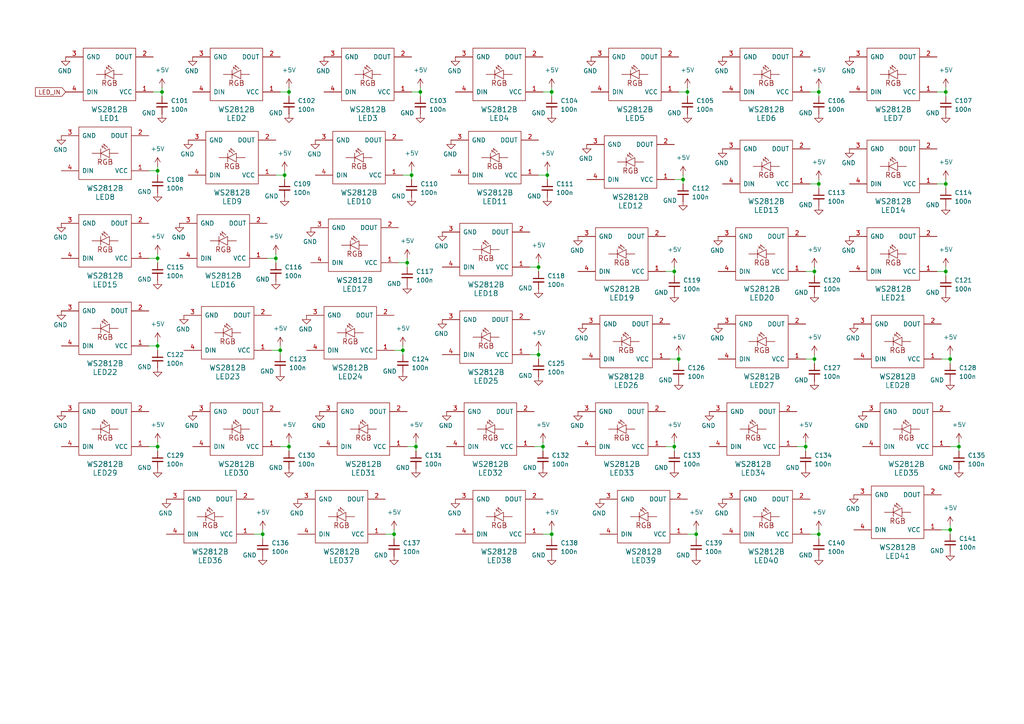
<source format=kicad_sch>
(kicad_sch (version 20231120) (generator "eeschema") (generator_version "8.0")
  (paper "A4")
  (junction (at 157.48 129.54))
  (junction (at 275.59 153.67))
  (junction (at 80.01 74.93))
  (junction (at 201.93 154.94))
  (junction (at 156.21 102.87))
  (junction (at 236.22 104.14))
  (junction (at 45.72 129.54))
  (junction (at 237.49 26.67))
  (junction (at 83.82 129.54))
  (junction (at 121.92 26.67))
  (junction (at 45.72 100.33))
  (junction (at 83.82 26.67))
  (junction (at 274.32 53.34))
  (junction (at 118.11 76.2))
  (junction (at 116.84 101.6))
  (junction (at 236.22 78.74))
  (junction (at 237.49 53.34))
  (junction (at 158.75 50.8))
  (junction (at 237.49 154.94))
  (junction (at 81.28 101.6))
  (junction (at 195.58 129.54))
  (junction (at 198.12 52.07))
  (junction (at 46.99 26.67))
  (junction (at 114.3 154.94))
  (junction (at 160.02 154.94))
  (junction (at 274.32 78.74))
  (junction (at 45.72 49.53))
  (junction (at 119.38 50.8))
  (junction (at 45.72 74.93))
  (junction (at 274.32 26.67))
  (junction (at 195.58 78.74))
  (junction (at 275.59 104.14))
  (junction (at 278.13 129.54))
  (junction (at 82.55 50.8))
  (junction (at 199.39 26.67))
  (junction (at 160.02 26.67))
  (junction (at 196.85 104.14))
  (junction (at 120.65 129.54))
  (junction (at 76.2 154.94))
  (junction (at 156.21 77.47))
  (junction (at 233.68 129.54))
  (wire (pts (xy 237.49 53.34) (xy 237.49 54.61)))
  (wire (pts (xy 45.72 48.26) (xy 45.72 49.53)))
  (wire (pts (xy 83.82 26.67) (xy 83.82 27.94)))
  (wire (pts (xy 274.32 78.74) (xy 274.32 80.01)))
  (wire (pts (xy 274.32 26.67) (xy 274.32 27.94)))
  (wire (pts (xy 196.85 102.87) (xy 196.85 104.14)))
  (wire (pts (xy 201.93 154.94) (xy 201.93 156.21)))
  (wire (pts (xy 234.95 53.34) (xy 237.49 53.34)))
  (wire (pts (xy 120.65 129.54) (xy 120.65 130.81)))
  (wire (pts (xy 271.78 78.74) (xy 274.32 78.74)))
  (wire (pts (xy 156.21 102.87) (xy 156.21 104.14)))
  (wire (pts (xy 121.92 26.67) (xy 121.92 27.94)))
  (wire (pts (xy 160.02 154.94) (xy 160.02 156.21)))
  (wire (pts (xy 81.28 26.67) (xy 83.82 26.67)))
  (wire (pts (xy 156.21 77.47) (xy 156.21 78.74)))
  (wire (pts (xy 274.32 77.47) (xy 274.32 78.74)))
  (wire (pts (xy 273.05 104.14) (xy 275.59 104.14)))
  (wire (pts (xy 231.14 129.54) (xy 233.68 129.54)))
  (wire (pts (xy 156.21 50.8) (xy 158.75 50.8)))
  (wire (pts (xy 80.01 50.8) (xy 82.55 50.8)))
  (wire (pts (xy 154.94 129.54) (xy 157.48 129.54)))
  (wire (pts (xy 198.12 52.07) (xy 198.12 53.34)))
  (wire (pts (xy 233.68 104.14) (xy 236.22 104.14)))
  (wire (pts (xy 233.68 128.27) (xy 233.68 129.54)))
  (wire (pts (xy 116.84 101.6) (xy 116.84 102.87)))
  (wire (pts (xy 43.18 74.93) (xy 45.72 74.93)))
  (wire (pts (xy 153.67 102.87) (xy 156.21 102.87)))
  (wire (pts (xy 76.2 153.67) (xy 76.2 154.94)))
  (wire (pts (xy 118.11 129.54) (xy 120.65 129.54)))
  (wire (pts (xy 271.78 26.67) (xy 274.32 26.67)))
  (wire (pts (xy 77.47 74.93) (xy 80.01 74.93)))
  (wire (pts (xy 118.11 76.2) (xy 118.11 77.47)))
  (wire (pts (xy 194.31 104.14) (xy 196.85 104.14)))
  (wire (pts (xy 233.68 129.54) (xy 233.68 130.81)))
  (wire (pts (xy 274.32 52.07) (xy 274.32 53.34)))
  (wire (pts (xy 43.18 49.53) (xy 45.72 49.53)))
  (wire (pts (xy 274.32 53.34) (xy 274.32 54.61)))
  (wire (pts (xy 237.49 153.67) (xy 237.49 154.94)))
  (wire (pts (xy 195.58 129.54) (xy 195.58 130.81)))
  (wire (pts (xy 157.48 26.67) (xy 160.02 26.67)))
  (wire (pts (xy 196.85 104.14) (xy 196.85 105.41)))
  (wire (pts (xy 111.76 154.94) (xy 114.3 154.94)))
  (wire (pts (xy 46.99 25.4) (xy 46.99 26.67)))
  (wire (pts (xy 278.13 129.54) (xy 278.13 130.81)))
  (wire (pts (xy 160.02 26.67) (xy 160.02 27.94)))
  (wire (pts (xy 158.75 50.8) (xy 158.75 52.07)))
  (wire (pts (xy 158.75 49.53) (xy 158.75 50.8)))
  (wire (pts (xy 76.2 154.94) (xy 76.2 156.21)))
  (wire (pts (xy 193.04 78.74) (xy 195.58 78.74)))
  (wire (pts (xy 198.12 50.8) (xy 198.12 52.07)))
  (wire (pts (xy 82.55 50.8) (xy 82.55 52.07)))
  (wire (pts (xy 45.72 73.66) (xy 45.72 74.93)))
  (wire (pts (xy 237.49 52.07) (xy 237.49 53.34)))
  (wire (pts (xy 273.05 153.67) (xy 275.59 153.67)))
  (wire (pts (xy 118.11 74.93) (xy 118.11 76.2)))
  (wire (pts (xy 157.48 129.54) (xy 157.48 130.81)))
  (wire (pts (xy 119.38 50.8) (xy 119.38 52.07)))
  (wire (pts (xy 43.18 129.54) (xy 45.72 129.54)))
  (wire (pts (xy 116.84 100.33) (xy 116.84 101.6)))
  (wire (pts (xy 45.72 128.27) (xy 45.72 129.54)))
  (wire (pts (xy 83.82 129.54) (xy 83.82 130.81)))
  (wire (pts (xy 45.72 74.93) (xy 45.72 76.2)))
  (wire (pts (xy 275.59 152.4) (xy 275.59 153.67)))
  (wire (pts (xy 234.95 26.67) (xy 237.49 26.67)))
  (wire (pts (xy 45.72 99.06) (xy 45.72 100.33)))
  (wire (pts (xy 43.18 100.33) (xy 45.72 100.33)))
  (wire (pts (xy 271.78 53.34) (xy 274.32 53.34)))
  (wire (pts (xy 278.13 128.27) (xy 278.13 129.54)))
  (wire (pts (xy 233.68 78.74) (xy 236.22 78.74)))
  (wire (pts (xy 156.21 101.6) (xy 156.21 102.87)))
  (wire (pts (xy 195.58 77.47) (xy 195.58 78.74)))
  (wire (pts (xy 44.45 26.67) (xy 46.99 26.67)))
  (wire (pts (xy 80.01 74.93) (xy 80.01 76.2)))
  (wire (pts (xy 275.59 102.87) (xy 275.59 104.14)))
  (wire (pts (xy 153.67 77.47) (xy 156.21 77.47)))
  (wire (pts (xy 236.22 102.87) (xy 236.22 104.14)))
  (wire (pts (xy 237.49 26.67) (xy 237.49 27.94)))
  (wire (pts (xy 114.3 101.6) (xy 116.84 101.6)))
  (wire (pts (xy 83.82 25.4) (xy 83.82 26.67)))
  (wire (pts (xy 115.57 76.2) (xy 118.11 76.2)))
  (wire (pts (xy 199.39 25.4) (xy 199.39 26.67)))
  (wire (pts (xy 81.28 101.6) (xy 81.28 102.87)))
  (wire (pts (xy 116.84 50.8) (xy 119.38 50.8)))
  (wire (pts (xy 156.21 76.2) (xy 156.21 77.47)))
  (wire (pts (xy 157.48 128.27) (xy 157.48 129.54)))
  (wire (pts (xy 114.3 153.67) (xy 114.3 154.94)))
  (wire (pts (xy 160.02 25.4) (xy 160.02 26.67)))
  (wire (pts (xy 199.39 154.94) (xy 201.93 154.94)))
  (wire (pts (xy 234.95 154.94) (xy 237.49 154.94)))
  (wire (pts (xy 195.58 78.74) (xy 195.58 80.01)))
  (wire (pts (xy 114.3 154.94) (xy 114.3 156.21)))
  (wire (pts (xy 196.85 26.67) (xy 199.39 26.67)))
  (wire (pts (xy 201.93 153.67) (xy 201.93 154.94)))
  (wire (pts (xy 81.28 129.54) (xy 83.82 129.54)))
  (wire (pts (xy 236.22 78.74) (xy 236.22 80.01)))
  (wire (pts (xy 193.04 129.54) (xy 195.58 129.54)))
  (wire (pts (xy 199.39 26.67) (xy 199.39 27.94)))
  (wire (pts (xy 45.72 129.54) (xy 45.72 130.81)))
  (wire (pts (xy 157.48 154.94) (xy 160.02 154.94)))
  (wire (pts (xy 236.22 104.14) (xy 236.22 105.41)))
  (wire (pts (xy 73.66 154.94) (xy 76.2 154.94)))
  (wire (pts (xy 195.58 52.07) (xy 198.12 52.07)))
  (wire (pts (xy 119.38 26.67) (xy 121.92 26.67)))
  (wire (pts (xy 275.59 129.54) (xy 278.13 129.54)))
  (wire (pts (xy 237.49 154.94) (xy 237.49 156.21)))
  (wire (pts (xy 119.38 49.53) (xy 119.38 50.8)))
  (wire (pts (xy 195.58 128.27) (xy 195.58 129.54)))
  (wire (pts (xy 236.22 77.47) (xy 236.22 78.74)))
  (wire (pts (xy 78.74 101.6) (xy 81.28 101.6)))
  (wire (pts (xy 81.28 100.33) (xy 81.28 101.6)))
  (wire (pts (xy 237.49 25.4) (xy 237.49 26.67)))
  (wire (pts (xy 120.65 128.27) (xy 120.65 129.54)))
  (wire (pts (xy 45.72 100.33) (xy 45.72 101.6)))
  (wire (pts (xy 160.02 153.67) (xy 160.02 154.94)))
  (wire (pts (xy 274.32 25.4) (xy 274.32 26.67)))
  (wire (pts (xy 45.72 49.53) (xy 45.72 50.8)))
  (wire (pts (xy 275.59 104.14) (xy 275.59 105.41)))
  (wire (pts (xy 121.92 25.4) (xy 121.92 26.67)))
  (wire (pts (xy 82.55 49.53) (xy 82.55 50.8)))
  (wire (pts (xy 275.59 153.67) (xy 275.59 154.94)))
  (wire (pts (xy 83.82 128.27) (xy 83.82 129.54)))
  (wire (pts (xy 80.01 73.66) (xy 80.01 74.93)))
  (wire (pts (xy 46.99 26.67) (xy 46.99 27.94)))
  (global_label "LED_IN" (shape input) (at 19.05 26.67 180) (property "Intersheetrefs" "${INTERSHEET_REFS}" (effects (hide yes))))
  (symbol (lib_id "power:GND") (at 198.12 58.42 0) (unit 1)
    (property "Reference" "#PWR0246" (effects (hide yes)))
    (property "Value" "GND" (at 194.31 58.166 0))
    (property "Description" "Power symbol creates a global label with name \"GND\" , ground" (effects (hide yes)))
  )
  (symbol (lib_id "power:GND") (at 168.91 93.98 0) (unit 1)
    (property "Reference" "#PWR0274" (effects (hide yes)))
    (property "Value" "GND" (at 168.656 98.044 0))
    (property "Description" "Power symbol creates a global label with name \"GND\" , ground" (effects (hide yes)))
  )
  (symbol (lib_id "KB_ws2812b:WS2812B") (at 64.77 69.85 180) (unit 1)
    (property "Reference" "LED16" (at 64.77 82.55 0) (effects (font (size 1.524 1.524))))
    (property "Value" "WS2812B" (at 64.77 80.01 0) (effects (font (size 1.524 1.524))))
    (property "Footprint" "KB_Switch_Misc:MX-LED_WS2812B_wide" (effects (hide yes)))
    (property "Description" "RGB LED with integrated controller" (effects (hide yes)))
  )
  (symbol (lib_id "KB_ws2812b:WS2812B") (at 106.68 21.59 180) (unit 1)
    (property "Reference" "LED3" (at 106.68 34.29 0) (effects (font (size 1.524 1.524))))
    (property "Value" "WS2812B" (at 106.68 31.75 0) (effects (font (size 1.524 1.524))))
    (property "Footprint" "KB_Switch_Misc:MX-LED_WS2812B_wide" (effects (hide yes)))
    (property "Description" "RGB LED with integrated controller" (effects (hide yes)))
  )
  (symbol (lib_id "power:GND") (at 55.88 119.38 0) (unit 1)
    (property "Reference" "#PWR0292" (effects (hide yes)))
    (property "Value" "GND" (at 55.626 123.444 0))
    (property "Description" "Power symbol creates a global label with name \"GND\" , ground" (effects (hide yes)))
  )
  (symbol (lib_id "KB_ws2812b:WS2812B") (at 101.6 96.52 180) (unit 1)
    (property "Reference" "LED24" (at 101.6 109.22 0) (effects (font (size 1.524 1.524))))
    (property "Value" "WS2812B" (at 101.6 106.68 0) (effects (font (size 1.524 1.524))))
    (property "Footprint" "KB_Switch_Misc:MX-LED_WS2812B_wide" (effects (hide yes)))
    (property "Description" "RGB LED with integrated controller" (effects (hide yes)))
  )
  (symbol (lib_id "KB_ws2812b:WS2812B") (at 144.78 21.59 180) (unit 1)
    (property "Reference" "LED4" (at 144.78 34.29 0) (effects (font (size 1.524 1.524))))
    (property "Value" "WS2812B" (at 144.78 31.75 0) (effects (font (size 1.524 1.524))))
    (property "Footprint" "KB_Switch_Misc:MX-LED_WS2812B_wide" (effects (hide yes)))
    (property "Description" "RGB LED with integrated controller" (effects (hide yes)))
  )
  (symbol (lib_id "Device:C_Small") (at 196.85 107.95 0) (unit 1)
    (property "Reference" "C126" (at 199.39 106.6862 0) (effects (justify left)))
    (property "Value" "100n" (at 199.39 109.2262 0) (effects (justify left)))
    (property "Footprint" "Capacitor_SMD:C_0402_1005Metric" (effects (hide yes)))
    (property "Description" "Unpolarized capacitor, small symbol" (effects (hide yes)))
  )
  (symbol (lib_id "power:GND") (at 76.2 161.29 0) (unit 1)
    (property "Reference" "#PWR0322" (effects (hide yes)))
    (property "Value" "GND" (at 72.39 161.036 0))
    (property "Description" "Power symbol creates a global label with name \"GND\" , ground" (effects (hide yes)))
  )
  (symbol (lib_id "power:GND") (at 158.75 57.15 0) (unit 1)
    (property "Reference" "#PWR0245" (effects (hide yes)))
    (property "Value" "GND" (at 154.94 56.896 0))
    (property "Description" "Power symbol creates a global label with name \"GND\" , ground" (effects (hide yes)))
  )
  (symbol (lib_id "power:GND") (at 128.27 92.71 0) (unit 1)
    (property "Reference" "#PWR0273" (effects (hide yes)))
    (property "Value" "GND" (at 128.016 96.774 0))
    (property "Description" "Power symbol creates a global label with name \"GND\" , ground" (effects (hide yes)))
  )
  (symbol (lib_id "power:GND") (at 83.82 135.89 0) (unit 1)
    (property "Reference" "#PWR0306" (effects (hide yes)))
    (property "Value" "GND" (at 80.01 135.636 0))
    (property "Description" "Power symbol creates a global label with name \"GND\" , ground" (effects (hide yes)))
  )
  (symbol (lib_id "KB_ws2812b:WS2812B") (at 66.04 96.52 180) (unit 1)
    (property "Reference" "LED23" (at 66.04 109.22 0) (effects (font (size 1.524 1.524))))
    (property "Value" "WS2812B" (at 66.04 106.68 0) (effects (font (size 1.524 1.524))))
    (property "Footprint" "KB_Switch_Misc:MX-LED_WS2812B_wide" (effects (hide yes)))
    (property "Description" "RGB LED with integrated controller" (effects (hide yes)))
  )
  (symbol (lib_id "power:GND") (at 278.13 135.89 0) (unit 1)
    (property "Reference" "#PWR0311" (effects (hide yes)))
    (property "Value" "GND" (at 274.32 135.636 0))
    (property "Description" "Power symbol creates a global label with name \"GND\" , ground" (effects (hide yes)))
  )
  (symbol (lib_id "KB_ws2812b:WS2812B") (at 184.15 21.59 180) (unit 1)
    (property "Reference" "LED5" (at 184.15 34.29 0) (effects (font (size 1.524 1.524))))
    (property "Value" "WS2812B" (at 184.15 31.75 0) (effects (font (size 1.524 1.524))))
    (property "Footprint" "KB_Switch_Misc:MX-LED_WS2812B_wide" (effects (hide yes)))
    (property "Description" "RGB LED with integrated controller" (effects (hide yes)))
  )
  (symbol (lib_id "power:+5V") (at 116.84 100.33 0) (unit 1)
    (property "Reference" "#PWR0279" (effects (hide yes)))
    (property "Value" "+5V" (at 116.84 95.25 0))
    (property "Description" "Power symbol creates a global label with name \"+5V\"" (effects (hide yes)))
  )
  (symbol (lib_id "Device:C_Small") (at 118.11 80.01 0) (unit 1)
    (property "Reference" "C117" (at 120.65 78.7462 0) (effects (justify left)))
    (property "Value" "100n" (at 120.65 81.2862 0) (effects (justify left)))
    (property "Footprint" "Capacitor_SMD:C_0402_1005Metric" (effects (hide yes)))
    (property "Description" "Unpolarized capacitor, small symbol" (effects (hide yes)))
  )
  (symbol (lib_id "KB_ws2812b:WS2812B") (at 60.96 149.86 180) (unit 1)
    (property "Reference" "LED36" (at 60.96 162.56 0) (effects (font (size 1.524 1.524))))
    (property "Value" "WS2812B" (at 60.96 160.02 0) (effects (font (size 1.524 1.524))))
    (property "Footprint" "KB_Switch_Misc:MX-LED_WS2812B_wide" (effects (hide yes)))
    (property "Description" "RGB LED with integrated controller" (effects (hide yes)))
  )
  (symbol (lib_id "KB_ws2812b:WS2812B") (at 105.41 124.46 180) (unit 1)
    (property "Reference" "LED31" (at 105.41 137.16 0) (effects (font (size 1.524 1.524))))
    (property "Value" "WS2812B" (at 105.41 134.62 0) (effects (font (size 1.524 1.524))))
    (property "Footprint" "KB_Switch_Misc:MX-LED_WS2812B_wide" (effects (hide yes)))
    (property "Description" "RGB LED with integrated controller" (effects (hide yes)))
  )
  (symbol (lib_id "power:GND") (at 52.07 64.77 0) (unit 1)
    (property "Reference" "#PWR0250" (effects (hide yes)))
    (property "Value" "GND" (at 51.816 68.834 0))
    (property "Description" "Power symbol creates a global label with name \"GND\" , ground" (effects (hide yes)))
  )
  (symbol (lib_id "power:GND") (at 233.68 135.89 0) (unit 1)
    (property "Reference" "#PWR0310" (effects (hide yes)))
    (property "Value" "GND" (at 229.87 135.636 0))
    (property "Description" "Power symbol creates a global label with name \"GND\" , ground" (effects (hide yes)))
  )
  (symbol (lib_id "power:GND") (at 195.58 135.89 0) (unit 1)
    (property "Reference" "#PWR0309" (effects (hide yes)))
    (property "Value" "GND" (at 191.77 135.636 0))
    (property "Description" "Power symbol creates a global label with name \"GND\" , ground" (effects (hide yes)))
  )
  (symbol (lib_id "Device:C_Small") (at 275.59 157.48 0) (unit 1)
    (property "Reference" "C141" (at 278.13 156.2162 0) (effects (justify left)))
    (property "Value" "100n" (at 278.13 158.7562 0) (effects (justify left)))
    (property "Footprint" "Capacitor_SMD:C_0402_1005Metric" (effects (hide yes)))
    (property "Description" "Unpolarized capacitor, small symbol" (effects (hide yes)))
  )
  (symbol (lib_id "power:GND") (at 114.3 161.29 0) (unit 1)
    (property "Reference" "#PWR0323" (effects (hide yes)))
    (property "Value" "GND" (at 110.49 161.036 0))
    (property "Description" "Power symbol creates a global label with name \"GND\" , ground" (effects (hide yes)))
  )
  (symbol (lib_id "power:GND") (at 209.55 43.18 0) (unit 1)
    (property "Reference" "#PWR0233" (effects (hide yes)))
    (property "Value" "GND" (at 209.296 47.244 0))
    (property "Description" "Power symbol creates a global label with name \"GND\" , ground" (effects (hide yes)))
  )
  (symbol (lib_id "power:GND") (at 119.38 57.15 0) (unit 1)
    (property "Reference" "#PWR0244" (effects (hide yes)))
    (property "Value" "GND" (at 115.57 56.896 0))
    (property "Description" "Power symbol creates a global label with name \"GND\" , ground" (effects (hide yes)))
  )
  (symbol (lib_id "power:GND") (at 83.82 33.02 0) (unit 1)
    (property "Reference" "#PWR0222" (effects (hide yes)))
    (property "Value" "GND" (at 80.01 32.766 0))
    (property "Description" "Power symbol creates a global label with name \"GND\" , ground" (effects (hide yes)))
  )
  (symbol (lib_id "power:+5V") (at 236.22 77.47 0) (unit 1)
    (property "Reference" "#PWR0261" (effects (hide yes)))
    (property "Value" "+5V" (at 236.22 72.39 0))
    (property "Description" "Power symbol creates a global label with name \"+5V\"" (effects (hide yes)))
  )
  (symbol (lib_id "Device:C_Small") (at 46.99 30.48 0) (unit 1)
    (property "Reference" "C101" (at 49.53 29.2162 0) (effects (justify left)))
    (property "Value" "100n" (at 49.53 31.7562 0) (effects (justify left)))
    (property "Footprint" "Capacitor_SMD:C_0402_1005Metric" (effects (hide yes)))
    (property "Description" "Unpolarized capacitor, small symbol" (effects (hide yes)))
  )
  (symbol (lib_id "power:GND") (at 173.99 144.78 0) (unit 1)
    (property "Reference" "#PWR0315" (effects (hide yes)))
    (property "Value" "GND" (at 173.736 148.844 0))
    (property "Description" "Power symbol creates a global label with name \"GND\" , ground" (effects (hide yes)))
  )
  (symbol (lib_id "power:GND") (at 236.22 110.49 0) (unit 1)
    (property "Reference" "#PWR0289" (effects (hide yes)))
    (property "Value" "GND" (at 232.41 110.236 0))
    (property "Description" "Power symbol creates a global label with name \"GND\" , ground" (effects (hide yes)))
  )
  (symbol (lib_id "Device:C_Small") (at 114.3 158.75 0) (unit 1)
    (property "Reference" "C137" (at 116.84 157.4862 0) (effects (justify left)))
    (property "Value" "100n" (at 116.84 160.0262 0) (effects (justify left)))
    (property "Footprint" "Capacitor_SMD:C_0402_1005Metric" (effects (hide yes)))
    (property "Description" "Unpolarized capacitor, small symbol" (effects (hide yes)))
  )
  (symbol (lib_id "power:+5V") (at 157.48 128.27 0) (unit 1)
    (property "Reference" "#PWR0301" (effects (hide yes)))
    (property "Value" "+5V" (at 157.48 123.19 0))
    (property "Description" "Power symbol creates a global label with name \"+5V\"" (effects (hide yes)))
  )
  (symbol (lib_id "power:GND") (at 17.78 64.77 0) (unit 1)
    (property "Reference" "#PWR0249" (effects (hide yes)))
    (property "Value" "GND" (at 17.526 68.834 0))
    (property "Description" "Power symbol creates a global label with name \"GND\" , ground" (effects (hide yes)))
  )
  (symbol (lib_id "power:+5V") (at 156.21 101.6 0) (unit 1)
    (property "Reference" "#PWR0280" (effects (hide yes)))
    (property "Value" "+5V" (at 156.21 96.52 0))
    (property "Description" "Power symbol creates a global label with name \"+5V\"" (effects (hide yes)))
  )
  (symbol (lib_id "power:+5V") (at 236.22 102.87 0) (unit 1)
    (property "Reference" "#PWR0282" (effects (hide yes)))
    (property "Value" "+5V" (at 236.22 97.79 0))
    (property "Description" "Power symbol creates a global label with name \"+5V\"" (effects (hide yes)))
  )
  (symbol (lib_id "KB_ws2812b:WS2812B") (at 182.88 46.99 180) (unit 1)
    (property "Reference" "LED12" (at 182.88 59.69 0) (effects (font (size 1.524 1.524))))
    (property "Value" "WS2812B" (at 182.88 57.15 0) (effects (font (size 1.524 1.524))))
    (property "Footprint" "KB_Switch_Misc:MX-LED_WS2812B_wide" (effects (hide yes)))
    (property "Description" "RGB LED with integrated controller" (effects (hide yes)))
  )
  (symbol (lib_id "Device:C_Small") (at 45.72 104.14 0) (unit 1)
    (property "Reference" "C122" (at 48.26 102.8762 0) (effects (justify left)))
    (property "Value" "100n" (at 48.26 105.4162 0) (effects (justify left)))
    (property "Footprint" "Capacitor_SMD:C_0402_1005Metric" (effects (hide yes)))
    (property "Description" "Unpolarized capacitor, small symbol" (effects (hide yes)))
  )
  (symbol (lib_id "Device:C_Small") (at 274.32 57.15 0) (unit 1)
    (property "Reference" "C114" (at 276.86 55.8862 0) (effects (justify left)))
    (property "Value" "100n" (at 276.86 58.4262 0) (effects (justify left)))
    (property "Footprint" "Capacitor_SMD:C_0402_1005Metric" (effects (hide yes)))
    (property "Description" "Unpolarized capacitor, small symbol" (effects (hide yes)))
  )
  (symbol (lib_id "power:GND") (at 88.9 91.44 0) (unit 1)
    (property "Reference" "#PWR0272" (effects (hide yes)))
    (property "Value" "GND" (at 88.646 95.504 0))
    (property "Description" "Power symbol creates a global label with name \"GND\" , ground" (effects (hide yes)))
  )
  (symbol (lib_id "power:GND") (at 167.64 68.58 0) (unit 1)
    (property "Reference" "#PWR0253" (effects (hide yes)))
    (property "Value" "GND" (at 167.386 72.644 0))
    (property "Description" "Power symbol creates a global label with name \"GND\" , ground" (effects (hide yes)))
  )
  (symbol (lib_id "Device:C_Small") (at 195.58 82.55 0) (unit 1)
    (property "Reference" "C119" (at 198.12 81.2862 0) (effects (justify left)))
    (property "Value" "100n" (at 198.12 83.8262 0) (effects (justify left)))
    (property "Footprint" "Capacitor_SMD:C_0402_1005Metric" (effects (hide yes)))
    (property "Description" "Unpolarized capacitor, small symbol" (effects (hide yes)))
  )
  (symbol (lib_id "power:+5V") (at 201.93 153.67 0) (unit 1)
    (property "Reference" "#PWR0320" (effects (hide yes)))
    (property "Value" "+5V" (at 201.93 148.59 0))
    (property "Description" "Power symbol creates a global label with name \"+5V\"" (effects (hide yes)))
  )
  (symbol (lib_id "power:GND") (at 129.54 119.38 0) (unit 1)
    (property "Reference" "#PWR0294" (effects (hide yes)))
    (property "Value" "GND" (at 129.286 123.444 0))
    (property "Description" "Power symbol creates a global label with name \"GND\" , ground" (effects (hide yes)))
  )
  (symbol (lib_id "power:GND") (at 156.21 109.22 0) (unit 1)
    (property "Reference" "#PWR0287" (effects (hide yes)))
    (property "Value" "GND" (at 152.4 108.966 0))
    (property "Description" "Power symbol creates a global label with name \"GND\" , ground" (effects (hide yes)))
  )
  (symbol (lib_id "KB_ws2812b:WS2812B") (at 140.97 97.79 180) (unit 1)
    (property "Reference" "LED25" (at 140.97 110.49 0) (effects (font (size 1.524 1.524))))
    (property "Value" "WS2812B" (at 140.97 107.95 0) (effects (font (size 1.524 1.524))))
    (property "Footprint" "KB_Switch_Misc:MX-LED_WS2812B_wide" (effects (hide yes)))
    (property "Description" "RGB LED with integrated controller" (effects (hide yes)))
  )
  (symbol (lib_id "Device:C_Small") (at 83.82 133.35 0) (unit 1)
    (property "Reference" "C130" (at 86.36 132.0862 0) (effects (justify left)))
    (property "Value" "100n" (at 86.36 134.6262 0) (effects (justify left)))
    (property "Footprint" "Capacitor_SMD:C_0402_1005Metric" (effects (hide yes)))
    (property "Description" "Unpolarized capacitor, small symbol" (effects (hide yes)))
  )
  (symbol (lib_id "Device:C_Small") (at 81.28 105.41 0) (unit 1)
    (property "Reference" "C123" (at 83.82 104.1462 0) (effects (justify left)))
    (property "Value" "100n" (at 83.82 106.6862 0) (effects (justify left)))
    (property "Footprint" "Capacitor_SMD:C_0402_1005Metric" (effects (hide yes)))
    (property "Description" "Unpolarized capacitor, small symbol" (effects (hide yes)))
  )
  (symbol (lib_id "Device:C_Small") (at 236.22 82.55 0) (unit 1)
    (property "Reference" "C120" (at 238.76 81.2862 0) (effects (justify left)))
    (property "Value" "100n" (at 238.76 83.8262 0) (effects (justify left)))
    (property "Footprint" "Capacitor_SMD:C_0402_1005Metric" (effects (hide yes)))
    (property "Description" "Unpolarized capacitor, small symbol" (effects (hide yes)))
  )
  (symbol (lib_id "power:+5V") (at 118.11 74.93 0) (unit 1)
    (property "Reference" "#PWR0258" (effects (hide yes)))
    (property "Value" "+5V" (at 118.11 69.85 0))
    (property "Description" "Power symbol creates a global label with name \"+5V\"" (effects (hide yes)))
  )
  (symbol (lib_id "Device:C_Small") (at 233.68 133.35 0) (unit 1)
    (property "Reference" "C134" (at 236.22 132.0862 0) (effects (justify left)))
    (property "Value" "100n" (at 236.22 134.6262 0) (effects (justify left)))
    (property "Footprint" "Capacitor_SMD:C_0402_1005Metric" (effects (hide yes)))
    (property "Description" "Unpolarized capacitor, small symbol" (effects (hide yes)))
  )
  (symbol (lib_id "power:+5V") (at 237.49 25.4 0) (unit 1)
    (property "Reference" "#PWR0219" (effects (hide yes)))
    (property "Value" "+5V" (at 237.49 20.32 0))
    (property "Description" "Power symbol creates a global label with name \"+5V\"" (effects (hide yes)))
  )
  (symbol (lib_id "KB_ws2812b:WS2812B") (at 180.34 124.46 180) (unit 1)
    (property "Reference" "LED33" (at 180.34 137.16 0) (effects (font (size 1.524 1.524))))
    (property "Value" "WS2812B" (at 180.34 134.62 0) (effects (font (size 1.524 1.524))))
    (property "Footprint" "KB_Switch_Misc:MX-LED_WS2812B_wide" (effects (hide yes)))
    (property "Description" "RGB LED with integrated controller" (effects (hide yes)))
  )
  (symbol (lib_id "power:+5V") (at 160.02 25.4 0) (unit 1)
    (property "Reference" "#PWR0217" (effects (hide yes)))
    (property "Value" "+5V" (at 160.02 20.32 0))
    (property "Description" "Power symbol creates a global label with name \"+5V\"" (effects (hide yes)))
  )
  (symbol (lib_id "Device:C_Small") (at 274.32 82.55 0) (unit 1)
    (property "Reference" "C121" (at 276.86 81.2862 0) (effects (justify left)))
    (property "Value" "100n" (at 276.86 83.8262 0) (effects (justify left)))
    (property "Footprint" "Capacitor_SMD:C_0402_1005Metric" (effects (hide yes)))
    (property "Description" "Unpolarized capacitor, small symbol" (effects (hide yes)))
  )
  (symbol (lib_id "power:+5V") (at 233.68 128.27 0) (unit 1)
    (property "Reference" "#PWR0303" (effects (hide yes)))
    (property "Value" "+5V" (at 233.68 123.19 0))
    (property "Description" "Power symbol creates a global label with name \"+5V\"" (effects (hide yes)))
  )
  (symbol (lib_id "KB_ws2812b:WS2812B") (at 260.35 148.59 180) (unit 1)
    (property "Reference" "LED41" (at 260.35 161.29 0) (effects (font (size 1.524 1.524))))
    (property "Value" "WS2812B" (at 260.35 158.75 0) (effects (font (size 1.524 1.524))))
    (property "Footprint" "KB_Switch_Misc:MX-LED_WS2812B_wide" (effects (hide yes)))
    (property "Description" "RGB LED with integrated controller" (effects (hide yes)))
  )
  (symbol (lib_id "KB_ws2812b:WS2812B") (at 222.25 149.86 180) (unit 1)
    (property "Reference" "LED40" (at 222.25 162.56 0) (effects (font (size 1.524 1.524))))
    (property "Value" "WS2812B" (at 222.25 160.02 0) (effects (font (size 1.524 1.524))))
    (property "Footprint" "KB_Switch_Misc:MX-LED_WS2812B_wide" (effects (hide yes)))
    (property "Description" "RGB LED with integrated controller" (effects (hide yes)))
  )
  (symbol (lib_id "power:GND") (at 54.61 40.64 0) (unit 1)
    (property "Reference" "#PWR0229" (effects (hide yes)))
    (property "Value" "GND" (at 54.356 44.704 0))
    (property "Description" "Power symbol creates a global label with name \"GND\" , ground" (effects (hide yes)))
  )
  (symbol (lib_id "power:+5V") (at 237.49 153.67 0) (unit 1)
    (property "Reference" "#PWR0321" (effects (hide yes)))
    (property "Value" "+5V" (at 237.49 148.59 0))
    (property "Description" "Power symbol creates a global label with name \"+5V\"" (effects (hide yes)))
  )
  (symbol (lib_id "power:GND") (at 236.22 85.09 0) (unit 1)
    (property "Reference" "#PWR0268" (effects (hide yes)))
    (property "Value" "GND" (at 232.41 84.836 0))
    (property "Description" "Power symbol creates a global label with name \"GND\" , ground" (effects (hide yes)))
  )
  (symbol (lib_id "power:+5V") (at 120.65 128.27 0) (unit 1)
    (property "Reference" "#PWR0300" (effects (hide yes)))
    (property "Value" "+5V" (at 120.65 123.19 0))
    (property "Description" "Power symbol creates a global label with name \"+5V\"" (effects (hide yes)))
  )
  (symbol (lib_id "power:+5V") (at 158.75 49.53 0) (unit 1)
    (property "Reference" "#PWR0238" (effects (hide yes)))
    (property "Value" "+5V" (at 158.75 44.45 0))
    (property "Description" "Power symbol creates a global label with name \"+5V\"" (effects (hide yes)))
  )
  (symbol (lib_id "power:GND") (at 170.18 41.91 0) (unit 1)
    (property "Reference" "#PWR0232" (effects (hide yes)))
    (property "Value" "GND" (at 169.926 45.974 0))
    (property "Description" "Power symbol creates a global label with name \"GND\" , ground" (effects (hide yes)))
  )
  (symbol (lib_id "KB_ws2812b:WS2812B") (at 143.51 45.72 180) (unit 1)
    (property "Reference" "LED11" (at 143.51 58.42 0) (effects (font (size 1.524 1.524))))
    (property "Value" "WS2812B" (at 143.51 55.88 0) (effects (font (size 1.524 1.524))))
    (property "Footprint" "KB_Switch_Misc:MX-LED_WS2812B_wide" (effects (hide yes)))
    (property "Description" "RGB LED with integrated controller" (effects (hide yes)))
  )
  (symbol (lib_id "power:GND") (at 199.39 33.02 0) (unit 1)
    (property "Reference" "#PWR0225" (effects (hide yes)))
    (property "Value" "GND" (at 195.58 32.766 0))
    (property "Description" "Power symbol creates a global label with name \"GND\" , ground" (effects (hide yes)))
  )
  (symbol (lib_id "Device:C_Small") (at 119.38 54.61 0) (unit 1)
    (property "Reference" "C110" (at 121.92 53.3462 0) (effects (justify left)))
    (property "Value" "100n" (at 121.92 55.8862 0) (effects (justify left)))
    (property "Footprint" "Capacitor_SMD:C_0402_1005Metric" (effects (hide yes)))
    (property "Description" "Unpolarized capacitor, small symbol" (effects (hide yes)))
  )
  (symbol (lib_id "power:GND") (at 246.38 43.18 0) (unit 1)
    (property "Reference" "#PWR0234" (effects (hide yes)))
    (property "Value" "GND" (at 246.126 47.244 0))
    (property "Description" "Power symbol creates a global label with name \"GND\" , ground" (effects (hide yes)))
  )
  (symbol (lib_id "power:GND") (at 132.08 16.51 0) (unit 1)
    (property "Reference" "#PWR0210" (effects (hide yes)))
    (property "Value" "GND" (at 131.826 20.574 0))
    (property "Description" "Power symbol creates a global label with name \"GND\" , ground" (effects (hide yes)))
  )
  (symbol (lib_id "power:+5V") (at 156.21 76.2 0) (unit 1)
    (property "Reference" "#PWR0259" (effects (hide yes)))
    (property "Value" "+5V" (at 156.21 71.12 0))
    (property "Description" "Power symbol creates a global label with name \"+5V\"" (effects (hide yes)))
  )
  (symbol (lib_id "Device:C_Small") (at 158.75 54.61 0) (unit 1)
    (property "Reference" "C111" (at 161.29 53.3462 0) (effects (justify left)))
    (property "Value" "100n" (at 161.29 55.8862 0) (effects (justify left)))
    (property "Footprint" "Capacitor_SMD:C_0402_1005Metric" (effects (hide yes)))
    (property "Description" "Unpolarized capacitor, small symbol" (effects (hide yes)))
  )
  (symbol (lib_id "KB_ws2812b:WS2812B") (at 181.61 99.06 180) (unit 1)
    (property "Reference" "LED26" (at 181.61 111.76 0) (effects (font (size 1.524 1.524))))
    (property "Value" "WS2812B" (at 181.61 109.22 0) (effects (font (size 1.524 1.524))))
    (property "Footprint" "KB_Switch_Misc:MX-LED_WS2812B_wide" (effects (hide yes)))
    (property "Description" "RGB LED with integrated controller" (effects (hide yes)))
  )
  (symbol (lib_id "power:+5V") (at 82.55 49.53 0) (unit 1)
    (property "Reference" "#PWR0236" (effects (hide yes)))
    (property "Value" "+5V" (at 82.55 44.45 0))
    (property "Description" "Power symbol creates a global label with name \"+5V\"" (effects (hide yes)))
  )
  (symbol (lib_id "Device:C_Small") (at 83.82 30.48 0) (unit 1)
    (property "Reference" "C102" (at 86.36 29.2162 0) (effects (justify left)))
    (property "Value" "100n" (at 86.36 31.7562 0) (effects (justify left)))
    (property "Footprint" "Capacitor_SMD:C_0402_1005Metric" (effects (hide yes)))
    (property "Description" "Unpolarized capacitor, small symbol" (effects (hide yes)))
  )
  (symbol (lib_id "KB_ws2812b:WS2812B") (at 68.58 124.46 180) (unit 1)
    (property "Reference" "LED30" (at 68.58 137.16 0) (effects (font (size 1.524 1.524))))
    (property "Value" "WS2812B" (at 68.58 134.62 0) (effects (font (size 1.524 1.524))))
    (property "Footprint" "KB_Switch_Misc:MX-LED_WS2812B_wide" (effects (hide yes)))
    (property "Description" "RGB LED with integrated controller" (effects (hide yes)))
  )
  (symbol (lib_id "power:+5V") (at 81.28 100.33 0) (unit 1)
    (property "Reference" "#PWR0278" (effects (hide yes)))
    (property "Value" "+5V" (at 81.28 95.25 0))
    (property "Description" "Power symbol creates a global label with name \"+5V\"" (effects (hide yes)))
  )
  (symbol (lib_id "power:GND") (at 195.58 85.09 0) (unit 1)
    (property "Reference" "#PWR0267" (effects (hide yes)))
    (property "Value" "GND" (at 191.77 84.836 0))
    (property "Description" "Power symbol creates a global label with name \"GND\" , ground" (effects (hide yes)))
  )
  (symbol (lib_id "power:GND") (at 82.55 57.15 0) (unit 1)
    (property "Reference" "#PWR0243" (effects (hide yes)))
    (property "Value" "GND" (at 78.74 56.896 0))
    (property "Description" "Power symbol creates a global label with name \"GND\" , ground" (effects (hide yes)))
  )
  (symbol (lib_id "power:GND") (at 156.21 83.82 0) (unit 1)
    (property "Reference" "#PWR0266" (effects (hide yes)))
    (property "Value" "GND" (at 152.4 83.566 0))
    (property "Description" "Power symbol creates a global label with name \"GND\" , ground" (effects (hide yes)))
  )
  (symbol (lib_id "Device:C_Small") (at 237.49 158.75 0) (unit 1)
    (property "Reference" "C140" (at 240.03 157.4862 0) (effects (justify left)))
    (property "Value" "100n" (at 240.03 160.0262 0) (effects (justify left)))
    (property "Footprint" "Capacitor_SMD:C_0402_1005Metric" (effects (hide yes)))
    (property "Description" "Unpolarized capacitor, small symbol" (effects (hide yes)))
  )
  (symbol (lib_id "power:+5V") (at 83.82 128.27 0) (unit 1)
    (property "Reference" "#PWR0299" (effects (hide yes)))
    (property "Value" "+5V" (at 83.82 123.19 0))
    (property "Description" "Power symbol creates a global label with name \"+5V\"" (effects (hide yes)))
  )
  (symbol (lib_id "power:+5V") (at 45.72 48.26 0) (unit 1)
    (property "Reference" "#PWR0235" (effects (hide yes)))
    (property "Value" "+5V" (at 45.72 43.18 0))
    (property "Description" "Power symbol creates a global label with name \"+5V\"" (effects (hide yes)))
  )
  (symbol (lib_id "Device:C_Small") (at 195.58 133.35 0) (unit 1)
    (property "Reference" "C133" (at 198.12 132.0862 0) (effects (justify left)))
    (property "Value" "100n" (at 198.12 134.6262 0) (effects (justify left)))
    (property "Footprint" "Capacitor_SMD:C_0402_1005Metric" (effects (hide yes)))
    (property "Description" "Unpolarized capacitor, small symbol" (effects (hide yes)))
  )
  (symbol (lib_id "power:+5V") (at 121.92 25.4 0) (unit 1)
    (property "Reference" "#PWR0216" (effects (hide yes)))
    (property "Value" "+5V" (at 121.92 20.32 0))
    (property "Description" "Power symbol creates a global label with name \"+5V\"" (effects (hide yes)))
  )
  (symbol (lib_id "power:GND") (at 48.26 144.78 0) (unit 1)
    (property "Reference" "#PWR0312" (effects (hide yes)))
    (property "Value" "GND" (at 48.006 148.844 0))
    (property "Description" "Power symbol creates a global label with name \"GND\" , ground" (effects (hide yes)))
  )
  (symbol (lib_id "power:+5V") (at 45.72 99.06 0) (unit 1)
    (property "Reference" "#PWR0277" (effects (hide yes)))
    (property "Value" "+5V" (at 45.72 93.98 0))
    (property "Description" "Power symbol creates a global label with name \"+5V\"" (effects (hide yes)))
  )
  (symbol (lib_id "power:+5V") (at 196.85 102.87 0) (unit 1)
    (property "Reference" "#PWR0281" (effects (hide yes)))
    (property "Value" "+5V" (at 196.85 97.79 0))
    (property "Description" "Power symbol creates a global label with name \"+5V\"" (effects (hide yes)))
  )
  (symbol (lib_id "Device:C_Small") (at 82.55 54.61 0) (unit 1)
    (property "Reference" "C109" (at 85.09 53.3462 0) (effects (justify left)))
    (property "Value" "100n" (at 85.09 55.8862 0) (effects (justify left)))
    (property "Footprint" "Capacitor_SMD:C_0402_1005Metric" (effects (hide yes)))
    (property "Description" "Unpolarized capacitor, small symbol" (effects (hide yes)))
  )
  (symbol (lib_id "power:GND") (at 120.65 135.89 0) (unit 1)
    (property "Reference" "#PWR0307" (effects (hide yes)))
    (property "Value" "GND" (at 116.84 135.636 0))
    (property "Description" "Power symbol creates a global label with name \"GND\" , ground" (effects (hide yes)))
  )
  (symbol (lib_id "power:+5V") (at 274.32 77.47 0) (unit 1)
    (property "Reference" "#PWR0262" (effects (hide yes)))
    (property "Value" "+5V" (at 274.32 72.39 0))
    (property "Description" "Power symbol creates a global label with name \"+5V\"" (effects (hide yes)))
  )
  (symbol (lib_id "power:GND") (at 90.17 66.04 0) (unit 1)
    (property "Reference" "#PWR0251" (effects (hide yes)))
    (property "Value" "GND" (at 89.916 70.104 0))
    (property "Description" "Power symbol creates a global label with name \"GND\" , ground" (effects (hide yes)))
  )
  (symbol (lib_id "power:+5V") (at 46.99 25.4 0) (unit 1)
    (property "Reference" "#PWR0214" (effects (hide yes)))
    (property "Value" "+5V" (at 46.99 20.32 0))
    (property "Description" "Power symbol creates a global label with name \"+5V\"" (effects (hide yes)))
  )
  (symbol (lib_id "power:GND") (at 246.38 68.58 0) (unit 1)
    (property "Reference" "#PWR0255" (effects (hide yes)))
    (property "Value" "GND" (at 246.126 72.644 0))
    (property "Description" "Power symbol creates a global label with name \"GND\" , ground" (effects (hide yes)))
  )
  (symbol (lib_id "power:GND") (at 81.28 107.95 0) (unit 1)
    (property "Reference" "#PWR0285" (effects (hide yes)))
    (property "Value" "GND" (at 77.47 107.696 0))
    (property "Description" "Power symbol creates a global label with name \"GND\" , ground" (effects (hide yes)))
  )
  (symbol (lib_id "KB_ws2812b:WS2812B") (at 68.58 21.59 180) (unit 1)
    (property "Reference" "LED2" (at 68.58 34.29 0) (effects (font (size 1.524 1.524))))
    (property "Value" "WS2812B" (at 68.58 31.75 0) (effects (font (size 1.524 1.524))))
    (property "Footprint" "KB_Switch_Misc:MX-LED_WS2812B_wide" (effects (hide yes)))
    (property "Description" "RGB LED with integrated controller" (effects (hide yes)))
  )
  (symbol (lib_id "power:GND") (at 128.27 67.31 0) (unit 1)
    (property "Reference" "#PWR0252" (effects (hide yes)))
    (property "Value" "GND" (at 128.016 71.374 0))
    (property "Description" "Power symbol creates a global label with name \"GND\" , ground" (effects (hide yes)))
  )
  (symbol (lib_id "power:+5V") (at 160.02 153.67 0) (unit 1)
    (property "Reference" "#PWR0319" (effects (hide yes)))
    (property "Value" "+5V" (at 160.02 148.59 0))
    (property "Description" "Power symbol creates a global label with name \"+5V\"" (effects (hide yes)))
  )
  (symbol (lib_id "power:+5V") (at 198.12 50.8 0) (unit 1)
    (property "Reference" "#PWR0239" (effects (hide yes)))
    (property "Value" "+5V" (at 198.12 45.72 0))
    (property "Description" "Power symbol creates a global label with name \"+5V\"" (effects (hide yes)))
  )
  (symbol (lib_id "power:GND") (at 45.72 55.88 0) (unit 1)
    (property "Reference" "#PWR0242" (effects (hide yes)))
    (property "Value" "GND" (at 41.91 55.626 0))
    (property "Description" "Power symbol creates a global label with name \"GND\" , ground" (effects (hide yes)))
  )
  (symbol (lib_id "power:GND") (at 45.72 81.28 0) (unit 1)
    (property "Reference" "#PWR0263" (effects (hide yes)))
    (property "Value" "GND" (at 41.91 81.026 0))
    (property "Description" "Power symbol creates a global label with name \"GND\" , ground" (effects (hide yes)))
  )
  (symbol (lib_id "power:+5V") (at 45.72 128.27 0) (unit 1)
    (property "Reference" "#PWR0298" (effects (hide yes)))
    (property "Value" "+5V" (at 45.72 123.19 0))
    (property "Description" "Power symbol creates a global label with name \"+5V\"" (effects (hide yes)))
  )
  (symbol (lib_id "KB_ws2812b:WS2812B") (at 144.78 149.86 180) (unit 1)
    (property "Reference" "LED38" (at 144.78 162.56 0) (effects (font (size 1.524 1.524))))
    (property "Value" "WS2812B" (at 144.78 160.02 0) (effects (font (size 1.524 1.524))))
    (property "Footprint" "KB_Switch_Misc:MX-LED_WS2812B_wide" (effects (hide yes)))
    (property "Description" "RGB LED with integrated controller" (effects (hide yes)))
  )
  (symbol (lib_id "KB_ws2812b:WS2812B") (at 140.97 72.39 180) (unit 1)
    (property "Reference" "LED18" (at 140.97 85.09 0) (effects (font (size 1.524 1.524))))
    (property "Value" "WS2812B" (at 140.97 82.55 0) (effects (font (size 1.524 1.524))))
    (property "Footprint" "KB_Switch_Misc:MX-LED_WS2812B_wide" (effects (hide yes)))
    (property "Description" "RGB LED with integrated controller" (effects (hide yes)))
  )
  (symbol (lib_id "Device:C_Small") (at 160.02 30.48 0) (unit 1)
    (property "Reference" "C104" (at 162.56 29.2162 0) (effects (justify left)))
    (property "Value" "100n" (at 162.56 31.7562 0) (effects (justify left)))
    (property "Footprint" "Capacitor_SMD:C_0402_1005Metric" (effects (hide yes)))
    (property "Description" "Unpolarized capacitor, small symbol" (effects (hide yes)))
  )
  (symbol (lib_id "power:GND") (at 55.88 16.51 0) (unit 1)
    (property "Reference" "#PWR0208" (effects (hide yes)))
    (property "Value" "GND" (at 55.626 20.574 0))
    (property "Description" "Power symbol creates a global label with name \"GND\" , ground" (effects (hide yes)))
  )
  (symbol (lib_id "Device:C_Small") (at 237.49 57.15 0) (unit 1)
    (property "Reference" "C113" (at 240.03 55.8862 0) (effects (justify left)))
    (property "Value" "100n" (at 240.03 58.4262 0) (effects (justify left)))
    (property "Footprint" "Capacitor_SMD:C_0402_1005Metric" (effects (hide yes)))
    (property "Description" "Unpolarized capacitor, small symbol" (effects (hide yes)))
  )
  (symbol (lib_id "KB_ws2812b:WS2812B") (at 30.48 124.46 180) (unit 1)
    (property "Reference" "LED29" (at 30.48 137.16 0) (effects (font (size 1.524 1.524))))
    (property "Value" "WS2812B" (at 30.48 134.62 0) (effects (font (size 1.524 1.524))))
    (property "Footprint" "KB_Switch_Misc:MX-LED_WS2812B_wide" (effects (hide yes)))
    (property "Description" "RGB LED with integrated controller" (effects (hide yes)))
  )
  (symbol (lib_id "Device:C_Small") (at 275.59 107.95 0) (unit 1)
    (property "Reference" "C128" (at 278.13 106.6862 0) (effects (justify left)))
    (property "Value" "100n" (at 278.13 109.2262 0) (effects (justify left)))
    (property "Footprint" "Capacitor_SMD:C_0402_1005Metric" (effects (hide yes)))
    (property "Description" "Unpolarized capacitor, small symbol" (effects (hide yes)))
  )
  (symbol (lib_id "power:GND") (at 247.65 93.98 0) (unit 1)
    (property "Reference" "#PWR0276" (effects (hide yes)))
    (property "Value" "GND" (at 247.396 98.044 0))
    (property "Description" "Power symbol creates a global label with name \"GND\" , ground" (effects (hide yes)))
  )
  (symbol (lib_id "Device:C_Small") (at 160.02 158.75 0) (unit 1)
    (property "Reference" "C138" (at 162.56 157.4862 0) (effects (justify left)))
    (property "Value" "100n" (at 162.56 160.0262 0) (effects (justify left)))
    (property "Footprint" "Capacitor_SMD:C_0402_1005Metric" (effects (hide yes)))
    (property "Description" "Unpolarized capacitor, small symbol" (effects (hide yes)))
  )
  (symbol (lib_id "KB_ws2812b:WS2812B") (at 222.25 48.26 180) (unit 1)
    (property "Reference" "LED13" (at 222.25 60.96 0) (effects (font (size 1.524 1.524))))
    (property "Value" "WS2812B" (at 222.25 58.42 0) (effects (font (size 1.524 1.524))))
    (property "Footprint" "KB_Switch_Misc:MX-LED_WS2812B_wide" (effects (hide yes)))
    (property "Description" "RGB LED with integrated controller" (effects (hide yes)))
  )
  (symbol (lib_id "power:GND") (at 160.02 161.29 0) (unit 1)
    (property "Reference" "#PWR0324" (effects (hide yes)))
    (property "Value" "GND" (at 156.21 161.036 0))
    (property "Description" "Power symbol creates a global label with name \"GND\" , ground" (effects (hide yes)))
  )
  (symbol (lib_id "power:GND") (at 275.59 160.02 0) (unit 1)
    (property "Reference" "#PWR0329" (effects (hide yes)))
    (property "Value" "GND" (at 271.78 159.766 0))
    (property "Description" "Power symbol creates a global label with name \"GND\" , ground" (effects (hide yes)))
  )
  (symbol (lib_id "power:GND") (at 17.78 90.17 0) (unit 1)
    (property "Reference" "#PWR0270" (effects (hide yes)))
    (property "Value" "GND" (at 17.526 94.234 0))
    (property "Description" "Power symbol creates a global label with name \"GND\" , ground" (effects (hide yes)))
  )
  (symbol (lib_id "KB_ws2812b:WS2812B") (at 262.89 124.46 180) (unit 1)
    (property "Reference" "LED35" (at 262.89 137.16 0) (effects (font (size 1.524 1.524))))
    (property "Value" "WS2812B" (at 262.89 134.62 0) (effects (font (size 1.524 1.524))))
    (property "Footprint" "KB_Switch_Misc:MX-LED_WS2812B_wide" (effects (hide yes)))
    (property "Description" "RGB LED with integrated controller" (effects (hide yes)))
  )
  (symbol (lib_id "power:GND") (at 157.48 135.89 0) (unit 1)
    (property "Reference" "#PWR0308" (effects (hide yes)))
    (property "Value" "GND" (at 153.67 135.636 0))
    (property "Description" "Power symbol creates a global label with name \"GND\" , ground" (effects (hide yes)))
  )
  (symbol (lib_id "KB_ws2812b:WS2812B") (at 186.69 149.86 180) (unit 1)
    (property "Reference" "LED39" (at 186.69 162.56 0) (effects (font (size 1.524 1.524))))
    (property "Value" "WS2812B" (at 186.69 160.02 0) (effects (font (size 1.524 1.524))))
    (property "Footprint" "KB_Switch_Misc:MX-LED_WS2812B_wide" (effects (hide yes)))
    (property "Description" "RGB LED with integrated controller" (effects (hide yes)))
  )
  (symbol (lib_id "KB_ws2812b:WS2812B") (at 260.35 99.06 180) (unit 1)
    (property "Reference" "LED28" (at 260.35 111.76 0) (effects (font (size 1.524 1.524))))
    (property "Value" "WS2812B" (at 260.35 109.22 0) (effects (font (size 1.524 1.524))))
    (property "Footprint" "KB_Switch_Misc:MX-LED_WS2812B_wide" (effects (hide yes)))
    (property "Description" "RGB LED with integrated controller" (effects (hide yes)))
  )
  (symbol (lib_id "Device:C_Small") (at 274.32 30.48 0) (unit 1)
    (property "Reference" "C107" (at 276.86 29.2162 0) (effects (justify left)))
    (property "Value" "100n" (at 276.86 31.7562 0) (effects (justify left)))
    (property "Footprint" "Capacitor_SMD:C_0402_1005Metric" (effects (hide yes)))
    (property "Description" "Unpolarized capacitor, small symbol" (effects (hide yes)))
  )
  (symbol (lib_id "power:+5V") (at 114.3 153.67 0) (unit 1)
    (property "Reference" "#PWR0318" (effects (hide yes)))
    (property "Value" "+5V" (at 114.3 148.59 0))
    (property "Description" "Power symbol creates a global label with name \"+5V\"" (effects (hide yes)))
  )
  (symbol (lib_id "power:GND") (at 167.64 119.38 0) (unit 1)
    (property "Reference" "#PWR0295" (effects (hide yes)))
    (property "Value" "GND" (at 167.386 123.444 0))
    (property "Description" "Power symbol creates a global label with name \"GND\" , ground" (effects (hide yes)))
  )
  (symbol (lib_id "Device:C_Small") (at 45.72 133.35 0) (unit 1)
    (property "Reference" "C129" (at 48.26 132.0862 0) (effects (justify left)))
    (property "Value" "100n" (at 48.26 134.6262 0) (effects (justify left)))
    (property "Footprint" "Capacitor_SMD:C_0402_1005Metric" (effects (hide yes)))
    (property "Description" "Unpolarized capacitor, small symbol" (effects (hide yes)))
  )
  (symbol (lib_id "KB_ws2812b:WS2812B") (at 259.08 21.59 180) (unit 1)
    (property "Reference" "LED7" (at 259.08 34.29 0) (effects (font (size 1.524 1.524))))
    (property "Value" "WS2812B" (at 259.08 31.75 0) (effects (font (size 1.524 1.524))))
    (property "Footprint" "KB_Switch_Misc:MX-LED_WS2812B_wide" (effects (hide yes)))
    (property "Description" "RGB LED with integrated controller" (effects (hide yes)))
  )
  (symbol (lib_id "power:GND") (at 132.08 144.78 0) (unit 1)
    (property "Reference" "#PWR0314" (effects (hide yes)))
    (property "Value" "GND" (at 131.826 148.844 0))
    (property "Description" "Power symbol creates a global label with name \"GND\" , ground" (effects (hide yes)))
  )
  (symbol (lib_id "power:GND") (at 208.28 68.58 0) (unit 1)
    (property "Reference" "#PWR0254" (effects (hide yes)))
    (property "Value" "GND" (at 208.026 72.644 0))
    (property "Description" "Power symbol creates a global label with name \"GND\" , ground" (effects (hide yes)))
  )
  (symbol (lib_id "Device:C_Small") (at 156.21 106.68 0) (unit 1)
    (property "Reference" "C125" (at 158.75 105.4162 0) (effects (justify left)))
    (property "Value" "100n" (at 158.75 107.9562 0) (effects (justify left)))
    (property "Footprint" "Capacitor_SMD:C_0402_1005Metric" (effects (hide yes)))
    (property "Description" "Unpolarized capacitor, small symbol" (effects (hide yes)))
  )
  (symbol (lib_id "power:GND") (at 80.01 81.28 0) (unit 1)
    (property "Reference" "#PWR0264" (effects (hide yes)))
    (property "Value" "GND" (at 76.2 81.026 0))
    (property "Description" "Power symbol creates a global label with name \"GND\" , ground" (effects (hide yes)))
  )
  (symbol (lib_id "power:GND") (at 92.71 119.38 0) (unit 1)
    (property "Reference" "#PWR0293" (effects (hide yes)))
    (property "Value" "GND" (at 92.456 123.444 0))
    (property "Description" "Power symbol creates a global label with name \"GND\" , ground" (effects (hide yes)))
  )
  (symbol (lib_id "power:+5V") (at 80.01 73.66 0) (unit 1)
    (property "Reference" "#PWR0257" (effects (hide yes)))
    (property "Value" "+5V" (at 80.01 68.58 0))
    (property "Description" "Power symbol creates a global label with name \"+5V\"" (effects (hide yes)))
  )
  (symbol (lib_id "power:+5V") (at 237.49 52.07 0) (unit 1)
    (property "Reference" "#PWR0240" (effects (hide yes)))
    (property "Value" "+5V" (at 237.49 46.99 0))
    (property "Description" "Power symbol creates a global label with name \"+5V\"" (effects (hide yes)))
  )
  (symbol (lib_id "power:GND") (at 274.32 33.02 0) (unit 1)
    (property "Reference" "#PWR0227" (effects (hide yes)))
    (property "Value" "GND" (at 270.51 32.766 0))
    (property "Description" "Power symbol creates a global label with name \"GND\" , ground" (effects (hide yes)))
  )
  (symbol (lib_id "KB_ws2812b:WS2812B") (at 30.48 69.85 180) (unit 1)
    (property "Reference" "LED15" (at 30.48 82.55 0) (effects (font (size 1.524 1.524))))
    (property "Value" "WS2812B" (at 30.48 80.01 0) (effects (font (size 1.524 1.524))))
    (property "Footprint" "KB_Switch_Misc:MX-LED_WS2812B_wide" (effects (hide yes)))
    (property "Description" "RGB LED with integrated controller" (effects (hide yes)))
  )
  (symbol (lib_id "KB_ws2812b:WS2812B") (at 30.48 44.45 180) (unit 1)
    (property "Reference" "LED8" (at 30.48 57.15 0) (effects (font (size 1.524 1.524))))
    (property "Value" "WS2812B" (at 30.48 54.61 0) (effects (font (size 1.524 1.524))))
    (property "Footprint" "KB_Switch_Misc:MX-LED_WS2812B_wide" (effects (hide yes)))
    (property "Description" "RGB LED with integrated controller" (effects (hide yes)))
  )
  (symbol (lib_id "power:GND") (at 237.49 59.69 0) (unit 1)
    (property "Reference" "#PWR0247" (effects (hide yes)))
    (property "Value" "GND" (at 233.68 59.436 0))
    (property "Description" "Power symbol creates a global label with name \"GND\" , ground" (effects (hide yes)))
  )
  (symbol (lib_id "KB_ws2812b:WS2812B") (at 222.25 21.59 180) (unit 1)
    (property "Reference" "LED6" (at 222.25 34.29 0) (effects (font (size 1.524 1.524))))
    (property "Value" "WS2812B" (at 222.25 31.75 0) (effects (font (size 1.524 1.524))))
    (property "Footprint" "KB_Switch_Misc:MX-LED_WS2812B_wide" (effects (hide yes)))
    (property "Description" "RGB LED with integrated controller" (effects (hide yes)))
  )
  (symbol (lib_id "power:+5V") (at 275.59 152.4 0) (unit 1)
    (property "Reference" "#PWR0328" (effects (hide yes)))
    (property "Value" "+5V" (at 275.59 147.32 0))
    (property "Description" "Power symbol creates a global label with name \"+5V\"" (effects (hide yes)))
  )
  (symbol (lib_id "power:GND") (at 160.02 33.02 0) (unit 1)
    (property "Reference" "#PWR0224" (effects (hide yes)))
    (property "Value" "GND" (at 156.21 32.766 0))
    (property "Description" "Power symbol creates a global label with name \"GND\" , ground" (effects (hide yes)))
  )
  (symbol (lib_id "power:GND") (at 53.34 91.44 0) (unit 1)
    (property "Reference" "#PWR0271" (effects (hide yes)))
    (property "Value" "GND" (at 53.086 95.504 0))
    (property "Description" "Power symbol creates a global label with name \"GND\" , ground" (effects (hide yes)))
  )
  (symbol (lib_id "Device:C_Small") (at 237.49 30.48 0) (unit 1)
    (property "Reference" "C106" (at 240.03 29.2162 0) (effects (justify left)))
    (property "Value" "100n" (at 240.03 31.7562 0) (effects (justify left)))
    (property "Footprint" "Capacitor_SMD:C_0402_1005Metric" (effects (hide yes)))
    (property "Description" "Unpolarized capacitor, small symbol" (effects (hide yes)))
  )
  (symbol (lib_id "Device:C_Small") (at 121.92 30.48 0) (unit 1)
    (property "Reference" "C103" (at 124.46 29.2162 0) (effects (justify left)))
    (property "Value" "100n" (at 124.46 31.7562 0) (effects (justify left)))
    (property "Footprint" "Capacitor_SMD:C_0402_1005Metric" (effects (hide yes)))
    (property "Description" "Unpolarized capacitor, small symbol" (effects (hide yes)))
  )
  (symbol (lib_id "power:GND") (at 237.49 33.02 0) (unit 1)
    (property "Reference" "#PWR0226" (effects (hide yes)))
    (property "Value" "GND" (at 233.68 32.766 0))
    (property "Description" "Power symbol creates a global label with name \"GND\" , ground" (effects (hide yes)))
  )
  (symbol (lib_id "power:GND") (at 116.84 107.95 0) (unit 1)
    (property "Reference" "#PWR0286" (effects (hide yes)))
    (property "Value" "GND" (at 113.03 107.696 0))
    (property "Description" "Power symbol creates a global label with name \"GND\" , ground" (effects (hide yes)))
  )
  (symbol (lib_id "KB_ws2812b:WS2812B") (at 30.48 95.25 180) (unit 1)
    (property "Reference" "LED22" (at 30.48 107.95 0) (effects (font (size 1.524 1.524))))
    (property "Value" "WS2812B" (at 30.48 105.41 0) (effects (font (size 1.524 1.524))))
    (property "Footprint" "KB_Switch_Misc:MX-LED_WS2812B_wide" (effects (hide yes)))
    (property "Description" "RGB LED with integrated controller" (effects (hide yes)))
  )
  (symbol (lib_id "KB_ws2812b:WS2812B") (at 180.34 73.66 180) (unit 1)
    (property "Reference" "LED19" (at 180.34 86.36 0) (effects (font (size 1.524 1.524))))
    (property "Value" "WS2812B" (at 180.34 83.82 0) (effects (font (size 1.524 1.524))))
    (property "Footprint" "KB_Switch_Misc:MX-LED_WS2812B_wide" (effects (hide yes)))
    (property "Description" "RGB LED with integrated controller" (effects (hide yes)))
  )
  (symbol (lib_id "power:GND") (at 275.59 110.49 0) (unit 1)
    (property "Reference" "#PWR0290" (effects (hide yes)))
    (property "Value" "GND" (at 271.78 110.236 0))
    (property "Description" "Power symbol creates a global label with name \"GND\" , ground" (effects (hide yes)))
  )
  (symbol (lib_id "power:GND") (at 91.44 40.64 0) (unit 1)
    (property "Reference" "#PWR0230" (effects (hide yes)))
    (property "Value" "GND" (at 91.186 44.704 0))
    (property "Description" "Power symbol creates a global label with name \"GND\" , ground" (effects (hide yes)))
  )
  (symbol (lib_id "power:GND") (at 274.32 85.09 0) (unit 1)
    (property "Reference" "#PWR0269" (effects (hide yes)))
    (property "Value" "GND" (at 270.51 84.836 0))
    (property "Description" "Power symbol creates a global label with name \"GND\" , ground" (effects (hide yes)))
  )
  (symbol (lib_id "power:+5V") (at 275.59 102.87 0) (unit 1)
    (property "Reference" "#PWR0283" (effects (hide yes)))
    (property "Value" "+5V" (at 275.59 97.79 0))
    (property "Description" "Power symbol creates a global label with name \"+5V\"" (effects (hide yes)))
  )
  (symbol (lib_id "Device:C_Small") (at 278.13 133.35 0) (unit 1)
    (property "Reference" "C135" (at 280.67 132.0862 0) (effects (justify left)))
    (property "Value" "100n" (at 280.67 134.6262 0) (effects (justify left)))
    (property "Footprint" "Capacitor_SMD:C_0402_1005Metric" (effects (hide yes)))
    (property "Description" "Unpolarized capacitor, small symbol" (effects (hide yes)))
  )
  (symbol (lib_id "KB_ws2812b:WS2812B") (at 102.87 71.12 180) (unit 1)
    (property "Reference" "LED17" (at 102.87 83.82 0) (effects (font (size 1.524 1.524))))
    (property "Value" "WS2812B" (at 102.87 81.28 0) (effects (font (size 1.524 1.524))))
    (property "Footprint" "KB_Switch_Misc:MX-LED_WS2812B_wide" (effects (hide yes)))
    (property "Description" "RGB LED with integrated controller" (effects (hide yes)))
  )
  (symbol (lib_id "Device:C_Small") (at 156.21 81.28 0) (unit 1)
    (property "Reference" "C118" (at 158.75 80.0162 0) (effects (justify left)))
    (property "Value" "100n" (at 158.75 82.5562 0) (effects (justify left)))
    (property "Footprint" "Capacitor_SMD:C_0402_1005Metric" (effects (hide yes)))
    (property "Description" "Unpolarized capacitor, small symbol" (effects (hide yes)))
  )
  (symbol (lib_id "KB_ws2812b:WS2812B") (at 259.08 48.26 180) (unit 1)
    (property "Reference" "LED14" (at 259.08 60.96 0) (effects (font (size 1.524 1.524))))
    (property "Value" "WS2812B" (at 259.08 58.42 0) (effects (font (size 1.524 1.524))))
    (property "Footprint" "KB_Switch_Misc:MX-LED_WS2812B_wide" (effects (hide yes)))
    (property "Description" "RGB LED with integrated controller" (effects (hide yes)))
  )
  (symbol (lib_id "Device:C_Small") (at 76.2 158.75 0) (unit 1)
    (property "Reference" "C136" (at 78.74 157.4862 0) (effects (justify left)))
    (property "Value" "100n" (at 78.74 160.0262 0) (effects (justify left)))
    (property "Footprint" "Capacitor_SMD:C_0402_1005Metric" (effects (hide yes)))
    (property "Description" "Unpolarized capacitor, small symbol" (effects (hide yes)))
  )
  (symbol (lib_id "power:+5V") (at 274.32 52.07 0) (unit 1)
    (property "Reference" "#PWR0241" (effects (hide yes)))
    (property "Value" "+5V" (at 274.32 46.99 0))
    (property "Description" "Power symbol creates a global label with name \"+5V\"" (effects (hide yes)))
  )
  (symbol (lib_id "power:GND") (at 46.99 33.02 0) (unit 1)
    (property "Reference" "#PWR0221" (effects (hide yes)))
    (property "Value" "GND" (at 43.18 32.766 0))
    (property "Description" "Power symbol creates a global label with name \"GND\" , ground" (effects (hide yes)))
  )
  (symbol (lib_id "power:+5V") (at 45.72 73.66 0) (unit 1)
    (property "Reference" "#PWR0256" (effects (hide yes)))
    (property "Value" "+5V" (at 45.72 68.58 0))
    (property "Description" "Power symbol creates a global label with name \"+5V\"" (effects (hide yes)))
  )
  (symbol (lib_id "power:+5V") (at 76.2 153.67 0) (unit 1)
    (property "Reference" "#PWR0317" (effects (hide yes)))
    (property "Value" "+5V" (at 76.2 148.59 0))
    (property "Description" "Power symbol creates a global label with name \"+5V\"" (effects (hide yes)))
  )
  (symbol (lib_id "power:GND") (at 45.72 106.68 0) (unit 1)
    (property "Reference" "#PWR0284" (effects (hide yes)))
    (property "Value" "GND" (at 41.91 106.426 0))
    (property "Description" "Power symbol creates a global label with name \"GND\" , ground" (effects (hide yes)))
  )
  (symbol (lib_id "power:GND") (at 247.65 143.51 0) (unit 1)
    (property "Reference" "#PWR0327" (effects (hide yes)))
    (property "Value" "GND" (at 247.396 147.574 0))
    (property "Description" "Power symbol creates a global label with name \"GND\" , ground" (effects (hide yes)))
  )
  (symbol (lib_id "KB_ws2812b:WS2812B") (at 220.98 99.06 180) (unit 1)
    (property "Reference" "LED27" (at 220.98 111.76 0) (effects (font (size 1.524 1.524))))
    (property "Value" "WS2812B" (at 220.98 109.22 0) (effects (font (size 1.524 1.524))))
    (property "Footprint" "KB_Switch_Misc:MX-LED_WS2812B_wide" (effects (hide yes)))
    (property "Description" "RGB LED with integrated controller" (effects (hide yes)))
  )
  (symbol (lib_id "power:+5V") (at 83.82 25.4 0) (unit 1)
    (property "Reference" "#PWR0215" (effects (hide yes)))
    (property "Value" "+5V" (at 83.82 20.32 0))
    (property "Description" "Power symbol creates a global label with name \"+5V\"" (effects (hide yes)))
  )
  (symbol (lib_id "Device:C_Small") (at 120.65 133.35 0) (unit 1)
    (property "Reference" "C131" (at 123.19 132.0862 0) (effects (justify left)))
    (property "Value" "100n" (at 123.19 134.6262 0) (effects (justify left)))
    (property "Footprint" "Capacitor_SMD:C_0402_1005Metric" (effects (hide yes)))
    (property "Description" "Unpolarized capacitor, small symbol" (effects (hide yes)))
  )
  (symbol (lib_id "KB_ws2812b:WS2812B") (at 218.44 124.46 180) (unit 1)
    (property "Reference" "LED34" (at 218.44 137.16 0) (effects (font (size 1.524 1.524))))
    (property "Value" "WS2812B" (at 218.44 134.62 0) (effects (font (size 1.524 1.524))))
    (property "Footprint" "KB_Switch_Misc:MX-LED_WS2812B_wide" (effects (hide yes)))
    (property "Description" "RGB LED with integrated controller" (effects (hide yes)))
  )
  (symbol (lib_id "power:GND") (at 250.19 119.38 0) (unit 1)
    (property "Reference" "#PWR0297" (effects (hide yes)))
    (property "Value" "GND" (at 249.936 123.444 0))
    (property "Description" "Power symbol creates a global label with name \"GND\" , ground" (effects (hide yes)))
  )
  (symbol (lib_id "power:GND") (at 86.36 144.78 0) (unit 1)
    (property "Reference" "#PWR0313" (effects (hide yes)))
    (property "Value" "GND" (at 86.106 148.844 0))
    (property "Description" "Power symbol creates a global label with name \"GND\" , ground" (effects (hide yes)))
  )
  (symbol (lib_id "power:GND") (at 93.98 16.51 0) (unit 1)
    (property "Reference" "#PWR0209" (effects (hide yes)))
    (property "Value" "GND" (at 93.726 20.574 0))
    (property "Description" "Power symbol creates a global label with name \"GND\" , ground" (effects (hide yes)))
  )
  (symbol (lib_id "Device:C_Small") (at 199.39 30.48 0) (unit 1)
    (property "Reference" "C105" (at 201.93 29.2162 0) (effects (justify left)))
    (property "Value" "100n" (at 201.93 31.7562 0) (effects (justify left)))
    (property "Footprint" "Capacitor_SMD:C_0402_1005Metric" (effects (hide yes)))
    (property "Description" "Unpolarized capacitor, small symbol" (effects (hide yes)))
  )
  (symbol (lib_id "power:GND") (at 19.05 16.51 0) (unit 1)
    (property "Reference" "#PWR0207" (effects (hide yes)))
    (property "Value" "GND" (at 18.796 20.574 0))
    (property "Description" "Power symbol creates a global label with name \"GND\" , ground" (effects (hide yes)))
  )
  (symbol (lib_id "power:GND") (at 121.92 33.02 0) (unit 1)
    (property "Reference" "#PWR0223" (effects (hide yes)))
    (property "Value" "GND" (at 118.11 32.766 0))
    (property "Description" "Power symbol creates a global label with name \"GND\" , ground" (effects (hide yes)))
  )
  (symbol (lib_id "KB_ws2812b:WS2812B") (at 67.31 45.72 180) (unit 1)
    (property "Reference" "LED9" (at 67.31 58.42 0) (effects (font (size 1.524 1.524))))
    (property "Value" "WS2812B" (at 67.31 55.88 0) (effects (font (size 1.524 1.524))))
    (property "Footprint" "KB_Switch_Misc:MX-LED_WS2812B_wide" (effects (hide yes)))
    (property "Description" "RGB LED with integrated controller" (effects (hide yes)))
  )
  (symbol (lib_id "power:GND") (at 274.32 59.69 0) (unit 1)
    (property "Reference" "#PWR0248" (effects (hide yes)))
    (property "Value" "GND" (at 270.51 59.436 0))
    (property "Description" "Power symbol creates a global label with name \"GND\" , ground" (effects (hide yes)))
  )
  (symbol (lib_id "KB_ws2812b:WS2812B") (at 31.75 21.59 180) (unit 1)
    (property "Reference" "LED1" (at 31.75 34.29 0) (effects (font (size 1.524 1.524))))
    (property "Value" "WS2812B" (at 31.75 31.75 0) (effects (font (size 1.524 1.524))))
    (property "Footprint" "KB_Switch_Misc:MX-LED_WS2812B_wide" (effects (hide yes)))
    (property "Description" "RGB LED with integrated controller" (effects (hide yes)))
  )
  (symbol (lib_id "power:+5V") (at 195.58 128.27 0) (unit 1)
    (property "Reference" "#PWR0302" (effects (hide yes)))
    (property "Value" "+5V" (at 195.58 123.19 0))
    (property "Description" "Power symbol creates a global label with name \"+5V\"" (effects (hide yes)))
  )
  (symbol (lib_id "KB_ws2812b:WS2812B") (at 99.06 149.86 180) (unit 1)
    (property "Reference" "LED37" (at 99.06 162.56 0) (effects (font (size 1.524 1.524))))
    (property "Value" "WS2812B" (at 99.06 160.02 0) (effects (font (size 1.524 1.524))))
    (property "Footprint" "KB_Switch_Misc:MX-LED_WS2812B_wide" (effects (hide yes)))
    (property "Description" "RGB LED with integrated controller" (effects (hide yes)))
  )
  (symbol (lib_id "power:GND") (at 246.38 16.51 0) (unit 1)
    (property "Reference" "#PWR0213" (effects (hide yes)))
    (property "Value" "GND" (at 246.126 20.574 0))
    (property "Description" "Power symbol creates a global label with name \"GND\" , ground" (effects (hide yes)))
  )
  (symbol (lib_id "power:GND") (at 209.55 144.78 0) (unit 1)
    (property "Reference" "#PWR0316" (effects (hide yes)))
    (property "Value" "GND" (at 209.296 148.844 0))
    (property "Description" "Power symbol creates a global label with name \"GND\" , ground" (effects (hide yes)))
  )
  (symbol (lib_id "Device:C_Small") (at 157.48 133.35 0) (unit 1)
    (property "Reference" "C132" (at 160.02 132.0862 0) (effects (justify left)))
    (property "Value" "100n" (at 160.02 134.6262 0) (effects (justify left)))
    (property "Footprint" "Capacitor_SMD:C_0402_1005Metric" (effects (hide yes)))
    (property "Description" "Unpolarized capacitor, small symbol" (effects (hide yes)))
  )
  (symbol (lib_id "power:GND") (at 208.28 93.98 0) (unit 1)
    (property "Reference" "#PWR0275" (effects (hide yes)))
    (property "Value" "GND" (at 208.026 98.044 0))
    (property "Description" "Power symbol creates a global label with name \"GND\" , ground" (effects (hide yes)))
  )
  (symbol (lib_id "power:+5V") (at 278.13 128.27 0) (unit 1)
    (property "Reference" "#PWR0304" (effects (hide yes)))
    (property "Value" "+5V" (at 278.13 123.19 0))
    (property "Description" "Power symbol creates a global label with name \"+5V\"" (effects (hide yes)))
  )
  (symbol (lib_id "Device:C_Small") (at 45.72 78.74 0) (unit 1)
    (property "Reference" "C115" (at 48.26 77.4762 0) (effects (justify left)))
    (property "Value" "100n" (at 48.26 80.0162 0) (effects (justify left)))
    (property "Footprint" "Capacitor_SMD:C_0402_1005Metric" (effects (hide yes)))
    (property "Description" "Unpolarized capacitor, small symbol" (effects (hide yes)))
  )
  (symbol (lib_id "power:GND") (at 130.81 40.64 0) (unit 1)
    (property "Reference" "#PWR0231" (effects (hide yes)))
    (property "Value" "GND" (at 130.556 44.704 0))
    (property "Description" "Power symbol creates a global label with name \"GND\" , ground" (effects (hide yes)))
  )
  (symbol (lib_id "power:GND") (at 45.72 135.89 0) (unit 1)
    (property "Reference" "#PWR0305" (effects (hide yes)))
    (property "Value" "GND" (at 41.91 135.636 0))
    (property "Description" "Power symbol creates a global label with name \"GND\" , ground" (effects (hide yes)))
  )
  (symbol (lib_id "power:+5V") (at 274.32 25.4 0) (unit 1)
    (property "Reference" "#PWR0220" (effects (hide yes)))
    (property "Value" "+5V" (at 274.32 20.32 0))
    (property "Description" "Power symbol creates a global label with name \"+5V\"" (effects (hide yes)))
  )
  (symbol (lib_id "KB_ws2812b:WS2812B") (at 142.24 124.46 180) (unit 1)
    (property "Reference" "LED32" (at 142.24 137.16 0) (effects (font (size 1.524 1.524))))
    (property "Value" "WS2812B" (at 142.24 134.62 0) (effects (font (size 1.524 1.524))))
    (property "Footprint" "KB_Switch_Misc:MX-LED_WS2812B_wide" (effects (hide yes)))
    (property "Description" "RGB LED with integrated controller" (effects (hide yes)))
  )
  (symbol (lib_id "power:GND") (at 201.93 161.29 0) (unit 1)
    (property "Reference" "#PWR0325" (effects (hide yes)))
    (property "Value" "GND" (at 198.12 161.036 0))
    (property "Description" "Power symbol creates a global label with name \"GND\" , ground" (effects (hide yes)))
  )
  (symbol (lib_id "Device:C_Small") (at 198.12 55.88 0) (unit 1)
    (property "Reference" "C112" (at 200.66 54.6162 0) (effects (justify left)))
    (property "Value" "100n" (at 200.66 57.1562 0) (effects (justify left)))
    (property "Footprint" "Capacitor_SMD:C_0402_1005Metric" (effects (hide yes)))
    (property "Description" "Unpolarized capacitor, small symbol" (effects (hide yes)))
  )
  (symbol (lib_id "Device:C_Small") (at 201.93 158.75 0) (unit 1)
    (property "Reference" "C139" (at 204.47 157.4862 0) (effects (justify left)))
    (property "Value" "100n" (at 204.47 160.0262 0) (effects (justify left)))
    (property "Footprint" "Capacitor_SMD:C_0402_1005Metric" (effects (hide yes)))
    (property "Description" "Unpolarized capacitor, small symbol" (effects (hide yes)))
  )
  (symbol (lib_id "KB_ws2812b:WS2812B") (at 104.14 45.72 180) (unit 1)
    (property "Reference" "LED10" (at 104.14 58.42 0) (effects (font (size 1.524 1.524))))
    (property "Value" "WS2812B" (at 104.14 55.88 0) (effects (font (size 1.524 1.524))))
    (property "Footprint" "KB_Switch_Misc:MX-LED_WS2812B_wide" (effects (hide yes)))
    (property "Description" "RGB LED with integrated controller" (effects (hide yes)))
  )
  (symbol (lib_id "Device:C_Small") (at 45.72 53.34 0) (unit 1)
    (property "Reference" "C108" (at 48.26 52.0762 0) (effects (justify left)))
    (property "Value" "100n" (at 48.26 54.6162 0) (effects (justify left)))
    (property "Footprint" "Capacitor_SMD:C_0402_1005Metric" (effects (hide yes)))
    (property "Description" "Unpolarized capacitor, small symbol" (effects (hide yes)))
  )
  (symbol (lib_id "power:+5V") (at 195.58 77.47 0) (unit 1)
    (property "Reference" "#PWR0260" (effects (hide yes)))
    (property "Value" "+5V" (at 195.58 72.39 0))
    (property "Description" "Power symbol creates a global label with name \"+5V\"" (effects (hide yes)))
  )
  (symbol (lib_id "KB_ws2812b:WS2812B") (at 259.08 73.66 180) (unit 1)
    (property "Reference" "LED21" (at 259.08 86.36 0) (effects (font (size 1.524 1.524))))
    (property "Value" "WS2812B" (at 259.08 83.82 0) (effects (font (size 1.524 1.524))))
    (property "Footprint" "KB_Switch_Misc:MX-LED_WS2812B_wide" (effects (hide yes)))
    (property "Description" "RGB LED with integrated controller" (effects (hide yes)))
  )
  (symbol (lib_id "Device:C_Small") (at 236.22 107.95 0) (unit 1)
    (property "Reference" "C127" (at 238.76 106.6862 0) (effects (justify left)))
    (property "Value" "100n" (at 238.76 109.2262 0) (effects (justify left)))
    (property "Footprint" "Capacitor_SMD:C_0402_1005Metric" (effects (hide yes)))
    (property "Description" "Unpolarized capacitor, small symbol" (effects (hide yes)))
  )
  (symbol (lib_id "power:+5V") (at 119.38 49.53 0) (unit 1)
    (property "Reference" "#PWR0237" (effects (hide yes)))
    (property "Value" "+5V" (at 119.38 44.45 0))
    (property "Description" "Power symbol creates a global label with name \"+5V\"" (effects (hide yes)))
  )
  (symbol (lib_id "Device:C_Small") (at 116.84 105.41 0) (unit 1)
    (property "Reference" "C124" (at 119.38 104.1462 0) (effects (justify left)))
    (property "Value" "100n" (at 119.38 106.6862 0) (effects (justify left)))
    (property "Footprint" "Capacitor_SMD:C_0402_1005Metric" (effects (hide yes)))
    (property "Description" "Unpolarized capacitor, small symbol" (effects (hide yes)))
  )
  (symbol (lib_id "power:+5V") (at 199.39 25.4 0) (unit 1)
    (property "Reference" "#PWR0218" (effects (hide yes)))
    (property "Value" "+5V" (at 199.39 20.32 0))
    (property "Description" "Power symbol creates a global label with name \"+5V\"" (effects (hide yes)))
  )
  (symbol (lib_id "Device:C_Small") (at 80.01 78.74 0) (unit 1)
    (property "Reference" "C116" (at 82.55 77.4762 0) (effects (justify left)))
    (property "Value" "100n" (at 82.55 80.0162 0) (effects (justify left)))
    (property "Footprint" "Capacitor_SMD:C_0402_1005Metric" (effects (hide yes)))
    (property "Description" "Unpolarized capacitor, small symbol" (effects (hide yes)))
  )
  (symbol (lib_id "power:GND") (at 17.78 119.38 0) (unit 1)
    (property "Reference" "#PWR0291" (effects (hide yes)))
    (property "Value" "GND" (at 17.526 123.444 0))
    (property "Description" "Power symbol creates a global label with name \"GND\" , ground" (effects (hide yes)))
  )
  (symbol (lib_id "power:GND") (at 171.45 16.51 0) (unit 1)
    (property "Reference" "#PWR0211" (effects (hide yes)))
    (property "Value" "GND" (at 171.196 20.574 0))
    (property "Description" "Power symbol creates a global label with name \"GND\" , ground" (effects (hide yes)))
  )
  (symbol (lib_id "KB_ws2812b:WS2812B") (at 220.98 73.66 180) (unit 1)
    (property "Reference" "LED20" (at 220.98 86.36 0) (effects (font (size 1.524 1.524))))
    (property "Value" "WS2812B" (at 220.98 83.82 0) (effects (font (size 1.524 1.524))))
    (property "Footprint" "KB_Switch_Misc:MX-LED_WS2812B_wide" (effects (hide yes)))
    (property "Description" "RGB LED with integrated controller" (effects (hide yes)))
  )
  (symbol (lib_id "power:GND") (at 205.74 119.38 0) (unit 1)
    (property "Reference" "#PWR0296" (effects (hide yes)))
    (property "Value" "GND" (at 205.486 123.444 0))
    (property "Description" "Power symbol creates a global label with name \"GND\" , ground" (effects (hide yes)))
  )
  (symbol (lib_id "power:GND") (at 209.55 16.51 0) (unit 1)
    (property "Reference" "#PWR0212" (effects (hide yes)))
    (property "Value" "GND" (at 209.296 20.574 0))
    (property "Description" "Power symbol creates a global label with name \"GND\" , ground" (effects (hide yes)))
  )
  (symbol (lib_id "power:GND") (at 196.85 110.49 0) (unit 1)
    (property "Reference" "#PWR0288" (effects (hide yes)))
    (property "Value" "GND" (at 193.04 110.236 0))
    (property "Description" "Power symbol creates a global label with name \"GND\" , ground" (effects (hide yes)))
  )
  (symbol (lib_id "power:GND") (at 118.11 82.55 0) (unit 1)
    (property "Reference" "#PWR0265" (effects (hide yes)))
    (property "Value" "GND" (at 114.3 82.296 0))
    (property "Description" "Power symbol creates a global label with name \"GND\" , ground" (effects (hide yes)))
  )
  (symbol (lib_id "power:GND") (at 17.78 39.37 0) (unit 1)
    (property "Reference" "#PWR0228" (effects (hide yes)))
    (property "Value" "GND" (at 17.526 43.434 0))
    (property "Description" "Power symbol creates a global label with name \"GND\" , ground" (effects (hide yes)))
  )
  (symbol (lib_id "power:GND") (at 237.49 161.29 0) (unit 1)
    (property "Reference" "#PWR0326" (effects (hide yes)))
    (property "Value" "GND" (at 233.68 161.036 0))
    (property "Description" "Power symbol creates a global label with name \"GND\" , ground" (effects (hide yes)))
  )
)
</source>
